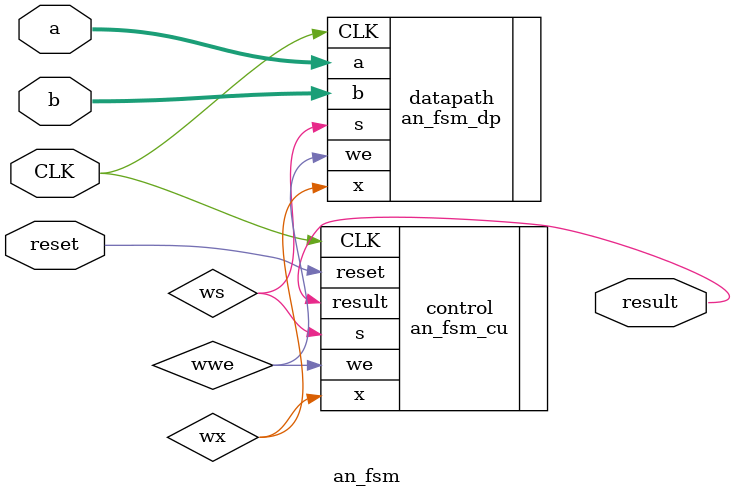
<source format=v>
module an_fsm(
	input [31:0] a,
	input [31:0] b,
	input reset,
	input CLK,
	output result
);

wire wx, wwe, ws;

an_fsm_cu control(
.reset(reset),
.CLK(CLK),
.x(wx),
.we(wwe),
.s(ws),
.result(result)
);

an_fsm_dp datapath(
.CLK(CLK),
.s(ws),
.we(wwe),
.a(a),
.b(b),
.x(wx)
);


endmodule

</source>
